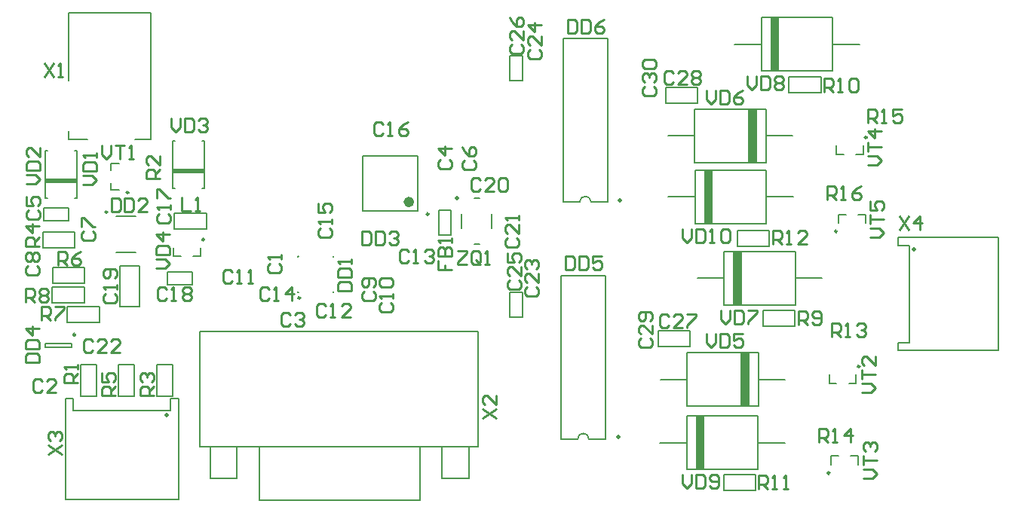
<source format=gto>
G04 Layer_Color=16777215*
%FSLAX43Y43*%
%MOMM*%
G71*
G01*
G75*
%ADD31C,0.250*%
%ADD33C,0.600*%
%ADD47C,0.500*%
%ADD48C,0.200*%
%ADD49C,0.254*%
%ADD50R,3.556X0.500*%
G36*
X80850Y22050D02*
X79850D01*
Y28050D01*
X80850D01*
Y22050D01*
D02*
G37*
G36*
X81700Y10675D02*
X80700D01*
Y16675D01*
X81700D01*
Y10675D01*
D02*
G37*
G36*
X76675Y3575D02*
X75675D01*
Y9575D01*
X76675D01*
Y3575D01*
D02*
G37*
G36*
X85050Y48350D02*
X84050D01*
Y54350D01*
X85050D01*
Y48350D01*
D02*
G37*
G36*
X82575Y38075D02*
X81575D01*
Y44075D01*
X82575D01*
Y38075D01*
D02*
G37*
G36*
X77600Y31200D02*
X76600D01*
Y37200D01*
X77600D01*
Y31200D01*
D02*
G37*
D31*
X90725Y3175D02*
G03*
X90725Y3175I-125J0D01*
G01*
X94100Y15150D02*
G03*
X94100Y15150I-125J0D01*
G01*
X91550Y30325D02*
G03*
X91550Y30325I-125J0D01*
G01*
X94900Y40875D02*
G03*
X94900Y40875I-125J0D01*
G01*
X45700Y32275D02*
G03*
X45700Y32275I-125J0D01*
G01*
X12000Y34675D02*
G03*
X12000Y34675I-125J0D01*
G01*
X9625Y32500D02*
G03*
X9625Y32500I-125J0D01*
G01*
X20500Y29400D02*
G03*
X20500Y29400I-125J0D01*
G01*
X6025Y18700D02*
G03*
X6025Y18700I-125J0D01*
G01*
X31275Y22850D02*
G03*
X31275Y22850I-125J0D01*
G01*
D33*
X43775Y33625D02*
G03*
X43775Y33625I-300J0D01*
G01*
D47*
X66950Y7175D02*
D03*
X67185Y33825D02*
D03*
X48900Y34050D02*
D03*
X100200Y28275D02*
D03*
X16250Y9700D02*
D03*
D48*
X63685Y6975D02*
G03*
X62415Y6975I-635J0D01*
G01*
X63920Y33625D02*
G03*
X62650Y33625I-635J0D01*
G01*
X90900Y4075D02*
Y5075D01*
X91700D01*
X93900Y4075D02*
Y5075D01*
X93100D02*
X93900D01*
X93675Y13250D02*
Y14250D01*
X92875Y13250D02*
X93675D01*
X90675D02*
Y14250D01*
Y13250D02*
X91475D01*
X83225Y19675D02*
Y21475D01*
X86825Y19675D02*
Y21475D01*
X83225D02*
X86825D01*
X83225Y19675D02*
X86825D01*
X75850Y25050D02*
X78850D01*
X86850D02*
X89850D01*
X80850Y22050D02*
X86850D01*
Y28050D01*
X78850D02*
X86850D01*
X78850Y22050D02*
Y28050D01*
Y22050D02*
X86850D01*
X71450Y17375D02*
Y19175D01*
X75050Y17375D02*
Y19175D01*
X71450D02*
X75050D01*
X71450Y17375D02*
X75050D01*
X78825Y1200D02*
Y3000D01*
X82425Y1200D02*
Y3000D01*
X78825D02*
X82425D01*
X78825Y1200D02*
X82425D01*
X71675Y6575D02*
X74675D01*
X82675D02*
X85675D01*
X76675Y3575D02*
X82675D01*
Y9575D01*
X74675D02*
X82675D01*
X74675Y3575D02*
Y9575D01*
Y3575D02*
X82675D01*
X82700Y13675D02*
X85700D01*
X71700D02*
X74700D01*
Y16675D02*
X80700D01*
X74700Y10675D02*
Y16675D01*
Y10675D02*
X82700D01*
Y16675D01*
X74700D02*
X82700D01*
X91725Y31225D02*
Y32225D01*
X92525D01*
X94725Y31225D02*
Y32225D01*
X93925D02*
X94725D01*
X80350Y28650D02*
Y30450D01*
X83950Y28650D02*
Y30450D01*
X80350D02*
X83950D01*
X80350Y28650D02*
X83950D01*
X72600Y34200D02*
X75600D01*
X83600D02*
X86600D01*
X77600Y31200D02*
X83600D01*
Y37200D01*
X75600D02*
X83600D01*
X75600Y31200D02*
Y37200D01*
Y31200D02*
X83600D01*
X80050Y51350D02*
X83050D01*
X91050D02*
X94050D01*
X85050Y48350D02*
X91050D01*
Y54350D01*
X83050D02*
X91050D01*
X83050Y48350D02*
Y54350D01*
Y48350D02*
X91050D01*
X86150Y45875D02*
Y47675D01*
X89750Y45875D02*
Y47675D01*
X86150D02*
X89750D01*
X86150Y45875D02*
X89750D01*
X94475Y38975D02*
Y39975D01*
X93675Y38975D02*
X94475D01*
X91475D02*
Y39975D01*
Y38975D02*
X92275D01*
X72300Y44725D02*
Y46525D01*
X75900Y44725D02*
Y46525D01*
X72300D02*
X75900D01*
X72300Y44725D02*
X75900D01*
X83575Y41075D02*
X86575D01*
X72575D02*
X75575D01*
Y44075D02*
X81575D01*
X75575Y38075D02*
Y44075D01*
Y38075D02*
X83575D01*
Y44075D01*
X75575D02*
X83575D01*
X54800Y23450D02*
X56200D01*
X54800Y20650D02*
X56200D01*
Y23450D01*
X54800Y20650D02*
Y23450D01*
X65550Y6975D02*
Y25375D01*
X60550D02*
X65550D01*
X60550Y6975D02*
Y25375D01*
Y6975D02*
X62415D01*
X63685D02*
X65550D01*
X54825Y50050D02*
X56225D01*
X54825Y47250D02*
X56225D01*
Y50050D01*
X54825Y47250D02*
Y50050D01*
X65785Y33625D02*
Y52025D01*
X60785D02*
X65785D01*
X60785Y33625D02*
Y52025D01*
Y33625D02*
X62650D01*
X63920D02*
X65785D01*
X49400Y30650D02*
Y32250D01*
X52800Y30650D02*
Y32250D01*
X50800Y34050D02*
X51400D01*
X50800Y28850D02*
X51400D01*
X48200Y29900D02*
Y32700D01*
X46800Y29900D02*
Y32700D01*
X48200D01*
X46800Y29900D02*
X48200D01*
X38275Y38825D02*
X44475D01*
X38275Y32625D02*
X44475D01*
X38275D02*
Y38825D01*
X44475Y32625D02*
Y38825D01*
X99700Y17825D02*
Y28725D01*
X98400Y16925D02*
Y17825D01*
X99700D01*
X98400Y28725D02*
X99700D01*
X98400D02*
Y29650D01*
Y16925D02*
X109700D01*
Y29650D01*
X98400D02*
X109700D01*
X2672Y34083D02*
X2926D01*
X2672D02*
Y39417D01*
X2926D01*
X5974Y34083D02*
X6228D01*
Y39417D01*
X5974D02*
X6228D01*
X9975Y34975D02*
X10975D01*
X9975D02*
Y35775D01*
Y37975D02*
X10975D01*
X9975Y37175D02*
Y37975D01*
X5250Y31550D02*
Y32950D01*
X2450Y31550D02*
Y32950D01*
Y31550D02*
X5250D01*
X2450Y32950D02*
X5250D01*
X5975Y28475D02*
Y30275D01*
X2375Y28475D02*
Y30275D01*
Y28475D02*
X5975D01*
X2375Y30275D02*
X5975D01*
X7050Y24450D02*
Y26250D01*
X3450Y24450D02*
Y26250D01*
Y24450D02*
X7050D01*
X3450Y26250D02*
X7050D01*
X10600Y32000D02*
X12800D01*
X10600Y28000D02*
X12800D01*
X16972Y35158D02*
X17226D01*
X16972D02*
Y40492D01*
X17226D01*
X20274Y35158D02*
X20528D01*
Y40492D01*
X20274D02*
X20528D01*
X20075Y27500D02*
Y28500D01*
X19275Y27500D02*
X20075D01*
X17075D02*
Y28500D01*
Y27500D02*
X17875D01*
X17125Y30575D02*
Y32375D01*
X20725Y30575D02*
Y32375D01*
X17125D02*
X20725D01*
X17125Y30575D02*
X20725D01*
X19125Y24350D02*
Y25750D01*
X16325Y24350D02*
Y25750D01*
Y24350D02*
X19125D01*
X16325Y25750D02*
X19125D01*
X13225Y21825D02*
Y26425D01*
X11025Y21825D02*
Y26425D01*
X13225D01*
X11025Y21825D02*
X13225D01*
X8700Y20100D02*
Y21900D01*
X5100Y20100D02*
Y21900D01*
Y20100D02*
X8700D01*
X5100Y21900D02*
X8700D01*
X7025Y22275D02*
Y24075D01*
X3425Y22275D02*
Y24075D01*
Y22275D02*
X7025D01*
X3425Y24075D02*
X7025D01*
X5600Y17250D02*
Y17750D01*
X2600Y17250D02*
Y17750D01*
X5600D01*
X2600Y17250D02*
X5600D01*
X14500Y40700D02*
Y54900D01*
X5300Y40700D02*
Y41550D01*
Y40700D02*
X7400D01*
X5275Y54900D02*
X14500D01*
X5275Y47300D02*
Y54900D01*
X12700Y40700D02*
X14500D01*
X6600Y15350D02*
X8400D01*
X6600Y11750D02*
X8400D01*
Y15350D01*
X6600Y11750D02*
Y15350D01*
X5800Y10200D02*
X16700D01*
X4900Y11500D02*
X5800D01*
Y10200D02*
Y11500D01*
X16700Y10200D02*
Y11500D01*
X17625D01*
X4900Y200D02*
Y11500D01*
Y200D02*
X17625D01*
Y11500D01*
X15150Y15350D02*
X16950D01*
X15150Y11750D02*
X16950D01*
Y15350D01*
X15150Y11750D02*
Y15350D01*
X20024Y6140D02*
Y19045D01*
X51266D01*
Y6140D02*
Y19045D01*
X20024Y6140D02*
X51266D01*
X26685Y140D02*
Y6140D01*
X44685Y140D02*
Y6140D01*
X26685Y140D02*
X44685D01*
X21185Y2535D02*
X24185D01*
Y6140D01*
X21185Y2535D02*
Y6140D01*
X47185Y2535D02*
Y6140D01*
X50185Y2535D02*
Y6140D01*
X47185Y2535D02*
X50185D01*
X10850Y11750D02*
X12650D01*
X10850Y15350D02*
X12650D01*
X10850Y11750D02*
Y15350D01*
X12650Y11750D02*
Y15350D01*
X31000Y23500D02*
X31050D01*
X31000D02*
Y23550D01*
Y27450D02*
Y27500D01*
X31050D01*
X34950D02*
X35000D01*
Y27450D02*
Y27500D01*
X34950Y23500D02*
X35000D01*
Y23550D01*
D49*
X90950Y18450D02*
Y19974D01*
X91712D01*
X91966Y19720D01*
Y19212D01*
X91712Y18958D01*
X90950D01*
X91458D02*
X91966Y18450D01*
X92474D02*
X92981D01*
X92727D01*
Y19974D01*
X92474Y19720D01*
X93743D02*
X93997Y19974D01*
X94505D01*
X94759Y19720D01*
Y19466D01*
X94505Y19212D01*
X94251D01*
X94505D01*
X94759Y18958D01*
Y18704D01*
X94505Y18450D01*
X93997D01*
X93743Y18704D01*
X89525Y6625D02*
Y8149D01*
X90287D01*
X90541Y7895D01*
Y7387D01*
X90287Y7133D01*
X89525D01*
X90033D02*
X90541Y6625D01*
X91049D02*
X91556D01*
X91302D01*
Y8149D01*
X91049Y7895D01*
X93080Y6625D02*
Y8149D01*
X92318Y7387D01*
X93334D01*
X94476Y2550D02*
X95492D01*
X96000Y3058D01*
X95492Y3566D01*
X94476D01*
Y4074D02*
Y5089D01*
Y4581D01*
X96000D01*
X94730Y5597D02*
X94476Y5851D01*
Y6359D01*
X94730Y6613D01*
X94984D01*
X95238Y6359D01*
Y6105D01*
Y6359D01*
X95492Y6613D01*
X95746D01*
X96000Y6359D01*
Y5851D01*
X95746Y5597D01*
X94351Y12175D02*
X95367D01*
X95875Y12683D01*
X95367Y13191D01*
X94351D01*
Y13699D02*
Y14714D01*
Y14206D01*
X95875D01*
Y16238D02*
Y15222D01*
X94859Y16238D01*
X94605D01*
X94351Y15984D01*
Y15476D01*
X94605Y15222D01*
X87200Y19825D02*
Y21349D01*
X87962D01*
X88216Y21095D01*
Y20587D01*
X87962Y20333D01*
X87200D01*
X87708D02*
X88216Y19825D01*
X88724Y20079D02*
X88977Y19825D01*
X89485D01*
X89739Y20079D01*
Y21095D01*
X89485Y21349D01*
X88977D01*
X88724Y21095D01*
Y20841D01*
X88977Y20587D01*
X89739D01*
X78475Y21474D02*
Y20458D01*
X78983Y19950D01*
X79491Y20458D01*
Y21474D01*
X79999D02*
Y19950D01*
X80760D01*
X81014Y20204D01*
Y21220D01*
X80760Y21474D01*
X79999D01*
X81522D02*
X82538D01*
Y21220D01*
X81522Y20204D01*
Y19950D01*
X72641Y20795D02*
X72387Y21049D01*
X71879D01*
X71625Y20795D01*
Y19779D01*
X71879Y19525D01*
X72387D01*
X72641Y19779D01*
X74164Y19525D02*
X73149D01*
X74164Y20541D01*
Y20795D01*
X73910Y21049D01*
X73402D01*
X73149Y20795D01*
X74672Y21049D02*
X75688D01*
Y20795D01*
X74672Y19779D01*
Y19525D01*
X69555Y18266D02*
X69301Y18012D01*
Y17504D01*
X69555Y17250D01*
X70571D01*
X70825Y17504D01*
Y18012D01*
X70571Y18266D01*
X70825Y19789D02*
Y18774D01*
X69809Y19789D01*
X69555D01*
X69301Y19535D01*
Y19027D01*
X69555Y18774D01*
X70571Y20297D02*
X70825Y20551D01*
Y21059D01*
X70571Y21313D01*
X69555D01*
X69301Y21059D01*
Y20551D01*
X69555Y20297D01*
X69809D01*
X70063Y20551D01*
Y21313D01*
X82775Y1350D02*
Y2874D01*
X83537D01*
X83791Y2620D01*
Y2112D01*
X83537Y1858D01*
X82775D01*
X83283D02*
X83791Y1350D01*
X84299D02*
X84806D01*
X84552D01*
Y2874D01*
X84299Y2620D01*
X85568Y1350D02*
X86076D01*
X85822D01*
Y2874D01*
X85568Y2620D01*
X74200Y3024D02*
Y2008D01*
X74708Y1500D01*
X75216Y2008D01*
Y3024D01*
X75724D02*
Y1500D01*
X76485D01*
X76739Y1754D01*
Y2770D01*
X76485Y3024D01*
X75724D01*
X77247Y1754D02*
X77501Y1500D01*
X78009D01*
X78263Y1754D01*
Y2770D01*
X78009Y3024D01*
X77501D01*
X77247Y2770D01*
Y2516D01*
X77501Y2262D01*
X78263D01*
X76925Y18774D02*
Y17758D01*
X77433Y17250D01*
X77941Y17758D01*
Y18774D01*
X78449D02*
Y17250D01*
X79210D01*
X79464Y17504D01*
Y18520D01*
X79210Y18774D01*
X78449D01*
X80988D02*
X79972D01*
Y18012D01*
X80480Y18266D01*
X80734D01*
X80988Y18012D01*
Y17504D01*
X80734Y17250D01*
X80226D01*
X79972Y17504D01*
X90400Y33875D02*
Y35399D01*
X91162D01*
X91416Y35145D01*
Y34637D01*
X91162Y34383D01*
X90400D01*
X90908D02*
X91416Y33875D01*
X91924D02*
X92431D01*
X92177D01*
Y35399D01*
X91924Y35145D01*
X94209Y35399D02*
X93701Y35145D01*
X93193Y34637D01*
Y34129D01*
X93447Y33875D01*
X93955D01*
X94209Y34129D01*
Y34383D01*
X93955Y34637D01*
X93193D01*
X95301Y29625D02*
X96317D01*
X96825Y30133D01*
X96317Y30641D01*
X95301D01*
Y31149D02*
Y32164D01*
Y31656D01*
X96825D01*
X95301Y33688D02*
Y32672D01*
X96063D01*
X95809Y33180D01*
Y33434D01*
X96063Y33688D01*
X96571D01*
X96825Y33434D01*
Y32926D01*
X96571Y32672D01*
X84325Y28850D02*
Y30374D01*
X85087D01*
X85341Y30120D01*
Y29612D01*
X85087Y29358D01*
X84325D01*
X84833D02*
X85341Y28850D01*
X85849D02*
X86356D01*
X86102D01*
Y30374D01*
X85849Y30120D01*
X88134Y28850D02*
X87118D01*
X88134Y29866D01*
Y30120D01*
X87880Y30374D01*
X87372D01*
X87118Y30120D01*
X74225Y30549D02*
Y29533D01*
X74733Y29025D01*
X75241Y29533D01*
Y30549D01*
X75749D02*
Y29025D01*
X76510D01*
X76764Y29279D01*
Y30295D01*
X76510Y30549D01*
X75749D01*
X77272Y29025D02*
X77780D01*
X77526D01*
Y30549D01*
X77272Y30295D01*
X78542D02*
X78796Y30549D01*
X79303D01*
X79557Y30295D01*
Y29279D01*
X79303Y29025D01*
X78796D01*
X78542Y29279D01*
Y30295D01*
X81475Y47774D02*
Y46758D01*
X81983Y46250D01*
X82491Y46758D01*
Y47774D01*
X82999D02*
Y46250D01*
X83760D01*
X84014Y46504D01*
Y47520D01*
X83760Y47774D01*
X82999D01*
X84522Y47520D02*
X84776Y47774D01*
X85284D01*
X85538Y47520D01*
Y47266D01*
X85284Y47012D01*
X85538Y46758D01*
Y46504D01*
X85284Y46250D01*
X84776D01*
X84522Y46504D01*
Y46758D01*
X84776Y47012D01*
X84522Y47266D01*
Y47520D01*
X84776Y47012D02*
X85284D01*
X90100Y45975D02*
Y47499D01*
X90862D01*
X91116Y47245D01*
Y46737D01*
X90862Y46483D01*
X90100D01*
X90608D02*
X91116Y45975D01*
X91624D02*
X92131D01*
X91877D01*
Y47499D01*
X91624Y47245D01*
X92893D02*
X93147Y47499D01*
X93655D01*
X93909Y47245D01*
Y46229D01*
X93655Y45975D01*
X93147D01*
X92893Y46229D01*
Y47245D01*
X95026Y37775D02*
X96042D01*
X96550Y38283D01*
X96042Y38791D01*
X95026D01*
Y39299D02*
Y40314D01*
Y39806D01*
X96550D01*
Y41584D02*
X95026D01*
X95788Y40822D01*
Y41838D01*
X94975Y42550D02*
Y44074D01*
X95737D01*
X95991Y43820D01*
Y43312D01*
X95737Y43058D01*
X94975D01*
X95483D02*
X95991Y42550D01*
X96499D02*
X97006D01*
X96752D01*
Y44074D01*
X96499Y43820D01*
X98784Y44074D02*
X97768D01*
Y43312D01*
X98276Y43566D01*
X98530D01*
X98784Y43312D01*
Y42804D01*
X98530Y42550D01*
X98022D01*
X97768Y42804D01*
X73141Y48120D02*
X72887Y48374D01*
X72379D01*
X72125Y48120D01*
Y47104D01*
X72379Y46850D01*
X72887D01*
X73141Y47104D01*
X74664Y46850D02*
X73649D01*
X74664Y47866D01*
Y48120D01*
X74410Y48374D01*
X73902D01*
X73649Y48120D01*
X75172D02*
X75426Y48374D01*
X75934D01*
X76188Y48120D01*
Y47866D01*
X75934Y47612D01*
X76188Y47358D01*
Y47104D01*
X75934Y46850D01*
X75426D01*
X75172Y47104D01*
Y47358D01*
X75426Y47612D01*
X75172Y47866D01*
Y48120D01*
X75426Y47612D02*
X75934D01*
X69955Y46566D02*
X69701Y46312D01*
Y45804D01*
X69955Y45550D01*
X70971D01*
X71225Y45804D01*
Y46312D01*
X70971Y46566D01*
X69955Y47074D02*
X69701Y47327D01*
Y47835D01*
X69955Y48089D01*
X70209D01*
X70463Y47835D01*
Y47581D01*
Y47835D01*
X70717Y48089D01*
X70971D01*
X71225Y47835D01*
Y47327D01*
X70971Y47074D01*
X69955Y48597D02*
X69701Y48851D01*
Y49359D01*
X69955Y49613D01*
X70971D01*
X71225Y49359D01*
Y48851D01*
X70971Y48597D01*
X69955D01*
X76875Y46174D02*
Y45158D01*
X77383Y44650D01*
X77891Y45158D01*
Y46174D01*
X78399D02*
Y44650D01*
X79160D01*
X79414Y44904D01*
Y45920D01*
X79160Y46174D01*
X78399D01*
X80938D02*
X80430Y45920D01*
X79922Y45412D01*
Y44904D01*
X80176Y44650D01*
X80684D01*
X80938Y44904D01*
Y45158D01*
X80684Y45412D01*
X79922D01*
X56780Y24091D02*
X56526Y23837D01*
Y23329D01*
X56780Y23075D01*
X57796D01*
X58050Y23329D01*
Y23837D01*
X57796Y24091D01*
X58050Y25614D02*
Y24599D01*
X57034Y25614D01*
X56780D01*
X56526Y25360D01*
Y24852D01*
X56780Y24599D01*
Y26122D02*
X56526Y26376D01*
Y26884D01*
X56780Y27138D01*
X57034D01*
X57288Y26884D01*
Y26630D01*
Y26884D01*
X57542Y27138D01*
X57796D01*
X58050Y26884D01*
Y26376D01*
X57796Y26122D01*
X54830Y24791D02*
X54576Y24537D01*
Y24029D01*
X54830Y23775D01*
X55846D01*
X56100Y24029D01*
Y24537D01*
X55846Y24791D01*
X56100Y26314D02*
Y25299D01*
X55084Y26314D01*
X54830D01*
X54576Y26060D01*
Y25552D01*
X54830Y25299D01*
X54576Y27838D02*
Y26822D01*
X55338D01*
X55084Y27330D01*
Y27584D01*
X55338Y27838D01*
X55846D01*
X56100Y27584D01*
Y27076D01*
X55846Y26822D01*
X61100Y27524D02*
Y26000D01*
X61862D01*
X62116Y26254D01*
Y27270D01*
X61862Y27524D01*
X61100D01*
X62624D02*
Y26000D01*
X63385D01*
X63639Y26254D01*
Y27270D01*
X63385Y27524D01*
X62624D01*
X65163D02*
X64147D01*
Y26762D01*
X64655Y27016D01*
X64909D01*
X65163Y26762D01*
Y26254D01*
X64909Y26000D01*
X64401D01*
X64147Y26254D01*
X57055Y50766D02*
X56801Y50512D01*
Y50004D01*
X57055Y49750D01*
X58071D01*
X58325Y50004D01*
Y50512D01*
X58071Y50766D01*
X58325Y52289D02*
Y51274D01*
X57309Y52289D01*
X57055D01*
X56801Y52035D01*
Y51527D01*
X57055Y51274D01*
X58325Y53559D02*
X56801D01*
X57563Y52797D01*
Y53813D01*
X55055Y51341D02*
X54801Y51087D01*
Y50579D01*
X55055Y50325D01*
X56071D01*
X56325Y50579D01*
Y51087D01*
X56071Y51341D01*
X56325Y52864D02*
Y51849D01*
X55309Y52864D01*
X55055D01*
X54801Y52610D01*
Y52102D01*
X55055Y51849D01*
X54801Y54388D02*
X55055Y53880D01*
X55563Y53372D01*
X56071D01*
X56325Y53626D01*
Y54134D01*
X56071Y54388D01*
X55817D01*
X55563Y54134D01*
Y53372D01*
X61350Y54124D02*
Y52600D01*
X62112D01*
X62366Y52854D01*
Y53870D01*
X62112Y54124D01*
X61350D01*
X62874D02*
Y52600D01*
X63635D01*
X63889Y52854D01*
Y53870D01*
X63635Y54124D01*
X62874D01*
X65413D02*
X64905Y53870D01*
X64397Y53362D01*
Y52854D01*
X64651Y52600D01*
X65159D01*
X65413Y52854D01*
Y53108D01*
X65159Y53362D01*
X64397D01*
X40405Y22291D02*
X40151Y22037D01*
Y21529D01*
X40405Y21275D01*
X41421D01*
X41675Y21529D01*
Y22037D01*
X41421Y22291D01*
X41675Y22799D02*
Y23306D01*
Y23052D01*
X40151D01*
X40405Y22799D01*
Y24068D02*
X40151Y24322D01*
Y24830D01*
X40405Y25084D01*
X41421D01*
X41675Y24830D01*
Y24322D01*
X41421Y24068D01*
X40405D01*
X38455Y23591D02*
X38201Y23337D01*
Y22829D01*
X38455Y22575D01*
X39471D01*
X39725Y22829D01*
Y23337D01*
X39471Y23591D01*
Y24099D02*
X39725Y24352D01*
Y24860D01*
X39471Y25114D01*
X38455D01*
X38201Y24860D01*
Y24352D01*
X38455Y24099D01*
X38709D01*
X38963Y24352D01*
Y25114D01*
X51466Y36120D02*
X51212Y36374D01*
X50704D01*
X50450Y36120D01*
Y35104D01*
X50704Y34850D01*
X51212D01*
X51466Y35104D01*
X52989Y34850D02*
X51974D01*
X52989Y35866D01*
Y36120D01*
X52735Y36374D01*
X52227D01*
X51974Y36120D01*
X53497D02*
X53751Y36374D01*
X54259D01*
X54513Y36120D01*
Y35104D01*
X54259Y34850D01*
X53751D01*
X53497Y35104D01*
Y36120D01*
X54505Y29591D02*
X54251Y29337D01*
Y28829D01*
X54505Y28575D01*
X55521D01*
X55775Y28829D01*
Y29337D01*
X55521Y29591D01*
X55775Y31114D02*
Y30099D01*
X54759Y31114D01*
X54505D01*
X54251Y30860D01*
Y30352D01*
X54505Y30099D01*
X55775Y31622D02*
Y32130D01*
Y31876D01*
X54251D01*
X54505Y31622D01*
X48975Y28124D02*
X49991D01*
Y27870D01*
X48975Y26854D01*
Y26600D01*
X49991D01*
X51514Y26854D02*
Y27870D01*
X51260Y28124D01*
X50752D01*
X50499Y27870D01*
Y26854D01*
X50752Y26600D01*
X51260D01*
X51006Y27108D02*
X51514Y26600D01*
X51260D02*
X51514Y26854D01*
X52022Y26600D02*
X52530D01*
X52276D01*
Y28124D01*
X52022Y27870D01*
X49680Y38291D02*
X49426Y38037D01*
Y37529D01*
X49680Y37275D01*
X50696D01*
X50950Y37529D01*
Y38037D01*
X50696Y38291D01*
X49426Y39814D02*
X49680Y39306D01*
X50188Y38799D01*
X50696D01*
X50950Y39052D01*
Y39560D01*
X50696Y39814D01*
X50442D01*
X50188Y39560D01*
Y38799D01*
X47005Y38341D02*
X46751Y38087D01*
Y37579D01*
X47005Y37325D01*
X48021D01*
X48275Y37579D01*
Y38087D01*
X48021Y38341D01*
X48275Y39610D02*
X46751D01*
X47513Y38849D01*
Y39864D01*
X46751Y27066D02*
Y26050D01*
X47513D01*
Y26558D01*
Y26050D01*
X48275D01*
X46751Y27574D02*
X48275D01*
Y28335D01*
X48021Y28589D01*
X47767D01*
X47513Y28335D01*
Y27574D01*
Y28335D01*
X47259Y28589D01*
X47005D01*
X46751Y28335D01*
Y27574D01*
X48275Y29097D02*
Y29605D01*
Y29351D01*
X46751D01*
X47005Y29097D01*
X38175Y30348D02*
Y28825D01*
X38937D01*
X39191Y29079D01*
Y30095D01*
X38937Y30348D01*
X38175D01*
X39699D02*
Y28825D01*
X40460D01*
X40714Y29079D01*
Y30095D01*
X40460Y30348D01*
X39699D01*
X41222Y30095D02*
X41476Y30348D01*
X41984D01*
X42238Y30095D01*
Y29841D01*
X41984Y29587D01*
X41730D01*
X41984D01*
X42238Y29333D01*
Y29079D01*
X41984Y28825D01*
X41476D01*
X41222Y29079D01*
X40566Y42345D02*
X40312Y42599D01*
X39804D01*
X39550Y42345D01*
Y41329D01*
X39804Y41075D01*
X40312D01*
X40566Y41329D01*
X41074Y41075D02*
X41581D01*
X41327D01*
Y42599D01*
X41074Y42345D01*
X43359Y42599D02*
X42851Y42345D01*
X42343Y41837D01*
Y41329D01*
X42597Y41075D01*
X43105D01*
X43359Y41329D01*
Y41583D01*
X43105Y41837D01*
X42343D01*
X43441Y28070D02*
X43187Y28324D01*
X42679D01*
X42425Y28070D01*
Y27054D01*
X42679Y26800D01*
X43187D01*
X43441Y27054D01*
X43949Y26800D02*
X44456D01*
X44202D01*
Y28324D01*
X43949Y28070D01*
X45218D02*
X45472Y28324D01*
X45980D01*
X46234Y28070D01*
Y27816D01*
X45980Y27562D01*
X45726D01*
X45980D01*
X46234Y27308D01*
Y27054D01*
X45980Y26800D01*
X45472D01*
X45218Y27054D01*
X33580Y30691D02*
X33326Y30437D01*
Y29929D01*
X33580Y29675D01*
X34596D01*
X34850Y29929D01*
Y30437D01*
X34596Y30691D01*
X34850Y31199D02*
Y31706D01*
Y31452D01*
X33326D01*
X33580Y31199D01*
X33326Y33484D02*
Y32468D01*
X34088D01*
X33834Y32976D01*
Y33230D01*
X34088Y33484D01*
X34596D01*
X34850Y33230D01*
Y32722D01*
X34596Y32468D01*
X27830Y26666D02*
X27576Y26412D01*
Y25904D01*
X27830Y25650D01*
X28846D01*
X29100Y25904D01*
Y26412D01*
X28846Y26666D01*
X29100Y27174D02*
Y27681D01*
Y27427D01*
X27576D01*
X27830Y27174D01*
X2291Y13445D02*
X2037Y13698D01*
X1529D01*
X1275Y13445D01*
Y12429D01*
X1529Y12175D01*
X2037D01*
X2291Y12429D01*
X3814Y12175D02*
X2799D01*
X3814Y13191D01*
Y13445D01*
X3560Y13698D01*
X3052D01*
X2799Y13445D01*
X30166Y20970D02*
X29912Y21224D01*
X29404D01*
X29150Y20970D01*
Y19954D01*
X29404Y19700D01*
X29912D01*
X30166Y19954D01*
X30674Y20970D02*
X30927Y21224D01*
X31435D01*
X31689Y20970D01*
Y20716D01*
X31435Y20462D01*
X31181D01*
X31435D01*
X31689Y20208D01*
Y19954D01*
X31435Y19700D01*
X30927D01*
X30674Y19954D01*
X755Y32666D02*
X501Y32412D01*
Y31904D01*
X755Y31650D01*
X1771D01*
X2025Y31904D01*
Y32412D01*
X1771Y32666D01*
X501Y34189D02*
Y33174D01*
X1263D01*
X1009Y33681D01*
Y33935D01*
X1263Y34189D01*
X1771D01*
X2025Y33935D01*
Y33427D01*
X1771Y33174D01*
X6930Y30366D02*
X6676Y30112D01*
Y29604D01*
X6930Y29350D01*
X7946D01*
X8200Y29604D01*
Y30112D01*
X7946Y30366D01*
X6676Y30874D02*
Y31889D01*
X6930D01*
X7946Y30874D01*
X8200D01*
X680Y26466D02*
X426Y26212D01*
Y25704D01*
X680Y25450D01*
X1696D01*
X1950Y25704D01*
Y26212D01*
X1696Y26466D01*
X680Y26974D02*
X426Y27227D01*
Y27735D01*
X680Y27989D01*
X934D01*
X1188Y27735D01*
X1442Y27989D01*
X1696D01*
X1950Y27735D01*
Y27227D01*
X1696Y26974D01*
X1442D01*
X1188Y27227D01*
X934Y26974D01*
X680D01*
X1188Y27227D02*
Y27735D01*
X23616Y25795D02*
X23362Y26049D01*
X22854D01*
X22600Y25795D01*
Y24779D01*
X22854Y24525D01*
X23362D01*
X23616Y24779D01*
X24124Y24525D02*
X24631D01*
X24377D01*
Y26049D01*
X24124Y25795D01*
X25393Y24525D02*
X25901D01*
X25647D01*
Y26049D01*
X25393Y25795D01*
X34141Y21920D02*
X33887Y22174D01*
X33379D01*
X33125Y21920D01*
Y20904D01*
X33379Y20650D01*
X33887D01*
X34141Y20904D01*
X34649Y20650D02*
X35156D01*
X34902D01*
Y22174D01*
X34649Y21920D01*
X36934Y20650D02*
X35918D01*
X36934Y21666D01*
Y21920D01*
X36680Y22174D01*
X36172D01*
X35918Y21920D01*
X27766Y23845D02*
X27512Y24099D01*
X27004D01*
X26750Y23845D01*
Y22829D01*
X27004Y22575D01*
X27512D01*
X27766Y22829D01*
X28274Y22575D02*
X28781D01*
X28527D01*
Y24099D01*
X28274Y23845D01*
X30305Y22575D02*
Y24099D01*
X29543Y23337D01*
X30559D01*
X15405Y32316D02*
X15151Y32062D01*
Y31554D01*
X15405Y31300D01*
X16421D01*
X16675Y31554D01*
Y32062D01*
X16421Y32316D01*
X16675Y32824D02*
Y33331D01*
Y33077D01*
X15151D01*
X15405Y32824D01*
X15151Y34093D02*
Y35109D01*
X15405D01*
X16421Y34093D01*
X16675D01*
X16241Y23795D02*
X15987Y24049D01*
X15479D01*
X15225Y23795D01*
Y22779D01*
X15479Y22525D01*
X15987D01*
X16241Y22779D01*
X16749Y22525D02*
X17256D01*
X17002D01*
Y24049D01*
X16749Y23795D01*
X18018D02*
X18272Y24049D01*
X18780D01*
X19034Y23795D01*
Y23541D01*
X18780Y23287D01*
X19034Y23033D01*
Y22779D01*
X18780Y22525D01*
X18272D01*
X18018Y22779D01*
Y23033D01*
X18272Y23287D01*
X18018Y23541D01*
Y23795D01*
X18272Y23287D02*
X18780D01*
X9380Y23341D02*
X9126Y23087D01*
Y22579D01*
X9380Y22325D01*
X10396D01*
X10650Y22579D01*
Y23087D01*
X10396Y23341D01*
X10650Y23849D02*
Y24356D01*
Y24102D01*
X9126D01*
X9380Y23849D01*
X10396Y25118D02*
X10650Y25372D01*
Y25880D01*
X10396Y26134D01*
X9380D01*
X9126Y25880D01*
Y25372D01*
X9380Y25118D01*
X9634D01*
X9888Y25372D01*
Y26134D01*
X7941Y17995D02*
X7687Y18249D01*
X7179D01*
X6925Y17995D01*
Y16979D01*
X7179Y16725D01*
X7687D01*
X7941Y16979D01*
X9464Y16725D02*
X8449D01*
X9464Y17741D01*
Y17995D01*
X9210Y18249D01*
X8702D01*
X8449Y17995D01*
X10988Y16725D02*
X9972D01*
X10988Y17741D01*
Y17995D01*
X10734Y18249D01*
X10226D01*
X9972Y17995D01*
X35526Y23625D02*
X37050D01*
Y24387D01*
X36796Y24641D01*
X35780D01*
X35526Y24387D01*
Y23625D01*
Y25149D02*
X37050D01*
Y25910D01*
X36796Y26164D01*
X35780D01*
X35526Y25910D01*
Y25149D01*
X37050Y26672D02*
Y27180D01*
Y26926D01*
X35526D01*
X35780Y26672D01*
X10050Y34024D02*
Y32500D01*
X10812D01*
X11066Y32754D01*
Y33770D01*
X10812Y34024D01*
X10050D01*
X11573D02*
Y32500D01*
X12335D01*
X12589Y32754D01*
Y33770D01*
X12335Y34024D01*
X11573D01*
X14113Y32500D02*
X13097D01*
X14113Y33516D01*
Y33770D01*
X13859Y34024D01*
X13351D01*
X13097Y33770D01*
X476Y15575D02*
X2000D01*
Y16337D01*
X1746Y16591D01*
X730D01*
X476Y16337D01*
Y15575D01*
Y17099D02*
X2000D01*
Y17860D01*
X1746Y18114D01*
X730D01*
X476Y17860D01*
Y17099D01*
X2000Y19384D02*
X476D01*
X1238Y18622D01*
Y19638D01*
X17975Y34174D02*
Y32650D01*
X18991D01*
X19499D02*
X20006D01*
X19752D01*
Y34174D01*
X19499Y33920D01*
X6250Y13350D02*
X4726D01*
Y14112D01*
X4980Y14366D01*
X5488D01*
X5742Y14112D01*
Y13350D01*
Y13858D02*
X6250Y14366D01*
Y14874D02*
Y15381D01*
Y15127D01*
X4726D01*
X4980Y14874D01*
X15500Y36275D02*
X13976D01*
Y37037D01*
X14230Y37291D01*
X14738D01*
X14992Y37037D01*
Y36275D01*
Y36783D02*
X15500Y37291D01*
Y38814D02*
Y37799D01*
X14484Y38814D01*
X14230D01*
X13976Y38560D01*
Y38052D01*
X14230Y37799D01*
X14825Y11850D02*
X13301D01*
Y12612D01*
X13555Y12866D01*
X14063D01*
X14317Y12612D01*
Y11850D01*
Y12358D02*
X14825Y12866D01*
X13555Y13374D02*
X13301Y13627D01*
Y14135D01*
X13555Y14389D01*
X13809D01*
X14063Y14135D01*
Y13881D01*
Y14135D01*
X14317Y14389D01*
X14571D01*
X14825Y14135D01*
Y13627D01*
X14571Y13374D01*
X2000Y28600D02*
X476D01*
Y29362D01*
X730Y29616D01*
X1238D01*
X1492Y29362D01*
Y28600D01*
Y29108D02*
X2000Y29616D01*
Y30885D02*
X476D01*
X1238Y30124D01*
Y31139D01*
X10525Y11900D02*
X9001D01*
Y12662D01*
X9255Y12916D01*
X9763D01*
X10017Y12662D01*
Y11900D01*
Y12408D02*
X10525Y12916D01*
X9001Y14439D02*
Y13424D01*
X9763D01*
X9509Y13931D01*
Y14185D01*
X9763Y14439D01*
X10271D01*
X10525Y14185D01*
Y13677D01*
X10271Y13424D01*
X4100Y26550D02*
Y28074D01*
X4862D01*
X5116Y27820D01*
Y27312D01*
X4862Y27058D01*
X4100D01*
X4608D02*
X5116Y26550D01*
X6639Y28074D02*
X6131Y27820D01*
X5624Y27312D01*
Y26804D01*
X5877Y26550D01*
X6385D01*
X6639Y26804D01*
Y27058D01*
X6385Y27312D01*
X5624D01*
X2200Y20300D02*
Y21824D01*
X2962D01*
X3216Y21570D01*
Y21062D01*
X2962Y20808D01*
X2200D01*
X2708D02*
X3216Y20300D01*
X3724Y21824D02*
X4739D01*
Y21570D01*
X3724Y20554D01*
Y20300D01*
X475Y22350D02*
Y23874D01*
X1237D01*
X1491Y23620D01*
Y23112D01*
X1237Y22858D01*
X475D01*
X983D02*
X1491Y22350D01*
X1999Y23620D02*
X2252Y23874D01*
X2760D01*
X3014Y23620D01*
Y23366D01*
X2760Y23112D01*
X3014Y22858D01*
Y22604D01*
X2760Y22350D01*
X2252D01*
X1999Y22604D01*
Y22858D01*
X2252Y23112D01*
X1999Y23366D01*
Y23620D01*
X2252Y23112D02*
X2760D01*
X6851Y35550D02*
X7867D01*
X8375Y36058D01*
X7867Y36566D01*
X6851D01*
Y37074D02*
X8375D01*
Y37835D01*
X8121Y38089D01*
X7105D01*
X6851Y37835D01*
Y37074D01*
X8375Y38597D02*
Y39105D01*
Y38851D01*
X6851D01*
X7105Y38597D01*
X526Y35625D02*
X1542D01*
X2050Y36133D01*
X1542Y36641D01*
X526D01*
Y37149D02*
X2050D01*
Y37910D01*
X1796Y38164D01*
X780D01*
X526Y37910D01*
Y37149D01*
X2050Y39688D02*
Y38672D01*
X1034Y39688D01*
X780D01*
X526Y39434D01*
Y38926D01*
X780Y38672D01*
X16750Y42999D02*
Y41983D01*
X17258Y41475D01*
X17766Y41983D01*
Y42999D01*
X18274D02*
Y41475D01*
X19035D01*
X19289Y41729D01*
Y42745D01*
X19035Y42999D01*
X18274D01*
X19797Y42745D02*
X20051Y42999D01*
X20559D01*
X20813Y42745D01*
Y42491D01*
X20559Y42237D01*
X20305D01*
X20559D01*
X20813Y41983D01*
Y41729D01*
X20559Y41475D01*
X20051D01*
X19797Y41729D01*
X15076Y26150D02*
X16092D01*
X16600Y26658D01*
X16092Y27166D01*
X15076D01*
Y27674D02*
X16600D01*
Y28435D01*
X16346Y28689D01*
X15330D01*
X15076Y28435D01*
Y27674D01*
X16600Y29959D02*
X15076D01*
X15838Y29197D01*
Y30213D01*
X9000Y39999D02*
Y38983D01*
X9508Y38475D01*
X10016Y38983D01*
Y39999D01*
X10524D02*
X11539D01*
X11031D01*
Y38475D01*
X12047D02*
X12555D01*
X12301D01*
Y39999D01*
X12047Y39745D01*
X2550Y49174D02*
X3566Y47650D01*
Y49174D02*
X2550Y47650D01*
X4074D02*
X4581D01*
X4327D01*
Y49174D01*
X4074Y48920D01*
X51726Y9350D02*
X53250Y10366D01*
X51726D02*
X53250Y9350D01*
Y11889D02*
Y10874D01*
X52234Y11889D01*
X51980D01*
X51726Y11635D01*
Y11127D01*
X51980Y10874D01*
X98547Y32037D02*
X99563Y30514D01*
Y32037D02*
X98547Y30514D01*
X100833D02*
Y32037D01*
X100071Y31276D01*
X101087D01*
X2976Y5300D02*
X4500Y6316D01*
X2976D02*
X4500Y5300D01*
X3230Y6824D02*
X2976Y7077D01*
Y7585D01*
X3230Y7839D01*
X3484D01*
X3738Y7585D01*
Y7331D01*
Y7585D01*
X3992Y7839D01*
X4246D01*
X4500Y7585D01*
Y7077D01*
X4246Y6824D01*
D50*
X4450Y36000D02*
D03*
X18750Y37075D02*
D03*
M02*

</source>
